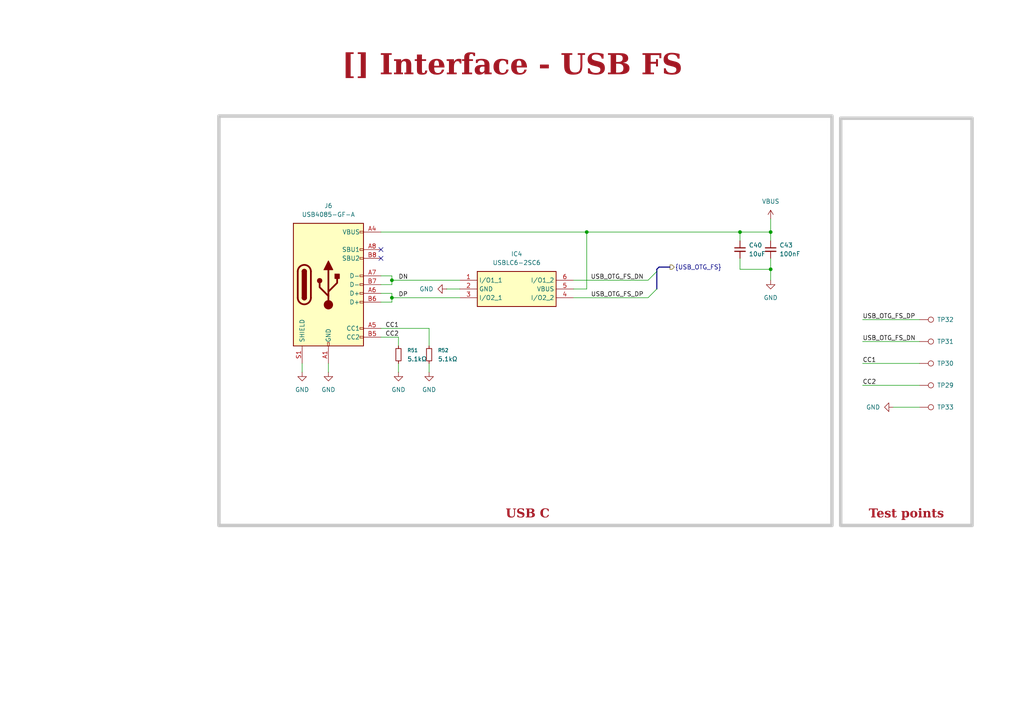
<source format=kicad_sch>
(kicad_sch (version 20250114) (generator "eeschema") (generator_version "9.0")
  (paper "A4")
  (title_block (title "Interface - USB FS") (rev "${REVISION}") (company "${COMPANY}"))
  (lib_symbols
    (symbol "0_capacitors:CL05B104KO5NNNC" (pin_numbers (hide yes)) (pin_names (offset 0.254) (hide yes))
      (property "Reference" "C" (at 0.254 1.778 0))
      (property "Value" "100nF" (at 0.254 -2.032 0))
      (symbol "CL05B104KO5NNNC_0_1"
        (polyline (pts (xy -1.524 0.508) (xy 1.524 0.508)) (stroke (width 0.3048)))
        (polyline (pts (xy -1.524 -0.508) (xy 1.524 -0.508)) (stroke (width 0.3302)))
      )
      (symbol "CL05B104KO5NNNC_1_1"
        (pin passive line (at 0 2.54 270) (length 2.032) (name "~") (number "1"))
        (pin passive line (at 0 -2.54 90) (length 2.032) (name "~") (number "2"))
      )
    )
    (symbol "0_capacitors:CL21A106KAYNNNE" (pin_numbers (hide yes)) (pin_names (offset 0.254) (hide yes))
      (property "Reference" "C" (at 0.254 1.778 0))
      (property "Value" "10uF" (at 0.254 -2.032 0))
      (symbol "CL21A106KAYNNNE_0_1"
        (polyline (pts (xy -1.524 0.508) (xy 1.524 0.508)) (stroke (width 0.3048)))
        (polyline (pts (xy -1.524 -0.508) (xy 1.524 -0.508)) (stroke (width 0.3302)))
      )
      (symbol "CL21A106KAYNNNE_1_1"
        (pin passive line (at 0 2.54 270) (length 2.032) (name "~") (number "1"))
        (pin passive line (at 0 -2.54 90) (length 2.032) (name "~") (number "2"))
      )
    )
    (symbol "0_connectors:USB4085-GF-A" (pin_names (offset 1.016))
      (property "Reference" "J" (at 0 22.225 0))
      (property "Value" "USB4085-GF-A" (at 0 19.685 0))
      (symbol "USB4085-GF-A_0_0"
        (rectangle (start -0.254 -17.78) (end 0.254 -16.764))
        (rectangle (start 10.16 15.494) (end 9.144 14.986))
        (rectangle (start 10.16 10.414) (end 9.144 9.906))
        (rectangle (start 10.16 7.874) (end 9.144 7.366))
        (rectangle (start 10.16 2.794) (end 9.144 2.286))
        (rectangle (start 10.16 0.254) (end 9.144 -0.254))
        (rectangle (start 10.16 -2.286) (end 9.144 -2.794))
        (rectangle (start 10.16 -4.826) (end 9.144 -5.334))
        (rectangle (start 10.16 -12.446) (end 9.144 -12.954))
        (rectangle (start 10.16 -14.986) (end 9.144 -15.494))
      )
      (symbol "USB4085-GF-A_0_1"
        (rectangle (start -10.16 17.78) (end 10.16 -17.78) (stroke (width 0.254)) (fill (type background)))
        (polyline (pts (xy -8.89 -3.81) (xy -8.89 3.81)) (stroke (width 0.508)))
        (rectangle (start -7.62 -3.81) (end -6.35 3.81) (stroke (width 0.254)) (fill (type outline)))
        (arc (start -7.62 3.81) (mid -6.985 4.4423) (end -6.35 3.81) (stroke (width 0.254)))
        (arc (start -7.62 3.81) (mid -6.985 4.4423) (end -6.35 3.81) (stroke (width 0.254)) (fill (type outline)))
        (arc (start -8.89 3.81) (mid -6.985 5.7067) (end -5.08 3.81) (stroke (width 0.508)))
        (arc (start -5.08 -3.81) (mid -6.985 -5.7067) (end -8.89 -3.81) (stroke (width 0.508)))
        (arc (start -6.35 -3.81) (mid -6.985 -4.4423) (end -7.62 -3.81) (stroke (width 0.254)))
        (arc (start -6.35 -3.81) (mid -6.985 -4.4423) (end -7.62 -3.81) (stroke (width 0.254)) (fill (type outline)))
        (polyline (pts (xy -5.08 3.81) (xy -5.08 -3.81)) (stroke (width 0.508)))
        (circle (center -2.54 1.143) (radius 0.635) (stroke (width 0.254)) (fill (type outline)))
        (polyline (pts (xy -1.27 4.318) (xy 0 6.858) (xy 1.27 4.318) (xy -1.27 4.318)) (stroke (width 0.254)) (fill (type outline)))
        (polyline (pts (xy 0 -2.032) (xy 2.54 0.508) (xy 2.54 1.778)) (stroke (width 0.508)))
        (polyline (pts (xy 0 -3.302) (xy -2.54 -0.762) (xy -2.54 0.508)) (stroke (width 0.508)))
        (polyline (pts (xy 0 -5.842) (xy 0 4.318)) (stroke (width 0.508)))
        (circle (center 0 -5.842) (radius 1.27) (fill (type outline)))
        (rectangle (start 1.905 1.778) (end 3.175 3.048) (stroke (width 0.254)) (fill (type outline)))
      )
      (symbol "USB4085-GF-A_1_1"
        (pin passive line (at -7.62 -22.86 90) (length 5.08) (name "SHIELD") (number "S1"))
        (pin passive line (at 0 -22.86 90) (length 5.08) (name "GND") (number "A1"))
        (pin passive line (at 0 -22.86 90) (length 5.08) (hide yes) (name "GND") (number "A12"))
        (pin passive line (at 0 -22.86 90) (length 5.08) (hide yes) (name "GND") (number "B1"))
        (pin passive line (at 0 -22.86 90) (length 5.08) (hide yes) (name "GND") (number "B12"))
        (pin passive line (at 15.24 15.24 180) (length 5.08) (name "VBUS") (number "A4"))
        (pin passive line (at 15.24 15.24 180) (length 5.08) (hide yes) (name "VBUS") (number "A9"))
        (pin passive line (at 15.24 15.24 180) (length 5.08) (hide yes) (name "VBUS") (number "B4"))
        (pin passive line (at 15.24 15.24 180) (length 5.08) (hide yes) (name "VBUS") (number "B9"))
        (pin bidirectional line (at 15.24 10.16 180) (length 5.08) (name "SBU1") (number "A8"))
        (pin bidirectional line (at 15.24 7.62 180) (length 5.08) (name "SBU2") (number "B8"))
        (pin bidirectional line (at 15.24 2.54 180) (length 5.08) (name "D-") (number "A7"))
        (pin bidirectional line (at 15.24 0 180) (length 5.08) (name "D-") (number "B7"))
        (pin bidirectional line (at 15.24 -2.54 180) (length 5.08) (name "D+") (number "A6"))
        (pin bidirectional line (at 15.24 -5.08 180) (length 5.08) (name "D+") (number "B6"))
        (pin bidirectional line (at 15.24 -12.7 180) (length 5.08) (name "CC1") (number "A5"))
        (pin bidirectional line (at 15.24 -15.24 180) (length 5.08) (name "CC2") (number "B5"))
      )
    )
    (symbol "0_integrated_circuits:USBLC6-2SC6"
      (property "Reference" "IC" (at 29.21 7.62 0))
      (property "Value" "USBLC6-2SC6" (at 29.21 5.08 0))
      (symbol "USBLC6-2SC6_1_1"
        (rectangle (start 5.08 2.54) (end 27.94 -7.62) (stroke (width 0.254)) (fill (type background)))
        (pin passive line (at 0 0 0) (length 5.08) (name "I/O1_1") (number "1"))
        (pin passive line (at 0 -2.54 0) (length 5.08) (name "GND") (number "2"))
        (pin passive line (at 0 -5.08 0) (length 5.08) (name "I/O2_1") (number "3"))
        (pin passive line (at 33.02 0 180) (length 5.08) (name "I/O1_2") (number "6"))
        (pin passive line (at 33.02 -2.54 180) (length 5.08) (name "VBUS") (number "5"))
        (pin passive line (at 33.02 -5.08 180) (length 5.08) (name "I/O2_2") (number "4"))
      )
    )
    (symbol "0_resistors:0402WGF5101TCE" (pin_numbers (hide yes)) (pin_names (offset 0.254) (hide yes))
      (property "Reference" "R" (at 0 0 90))
      (property "Value" "5.1kΩ" (at 1.778 0 90))
      (symbol "0402WGF5101TCE_0_1"
        (rectangle (start -0.762 1.778) (end 0.762 -1.778) (stroke (width 0.2032)))
      )
      (symbol "0402WGF5101TCE_1_1"
        (pin passive line (at 0 2.54 270) (length 0.762) (name "~") (number "1"))
        (pin passive line (at 0 -2.54 90) (length 0.762) (name "~") (number "2"))
      )
    )
    (symbol "Connector:TestPoint" (pin_numbers (hide yes)) (pin_names (offset 0.762) (hide yes))
      (property "Reference" "TP" (at 0 6.858 0))
      (property "Value" "TestPoint" (at 0 5.08 0))
      (symbol "TestPoint_0_1"
        (circle (center 0 3.302) (radius 0.762))
      )
      (symbol "TestPoint_1_1"
        (pin passive line (at 0 0 90) (length 2.54) (name "1") (number "1"))
      )
    )
    (symbol "power:GND" (power) (pin_numbers (hide yes)) (pin_names (offset 0) (hide yes))
      (property "Value" "GND" (at 0 -3.81 0))
      (symbol "GND_0_1"
        (polyline (pts (xy 0 0) (xy 0 -1.27) (xy 1.27 -1.27) (xy 0 -2.54) (xy -1.27 -1.27) (xy 0 -1.27)))
      )
      (symbol "GND_1_1"
        (pin power_in line (at 0 0 270) (length 0) (name "~") (number "1"))
      )
    )
    (symbol "power:VBUS" (power) (pin_numbers (hide yes)) (pin_names (offset 0) (hide yes))
      (property "Value" "VBUS" (at 0 3.556 0))
      (symbol "VBUS_0_1"
        (polyline (pts (xy -0.762 1.27) (xy 0 2.54)))
        (polyline (pts (xy 0 2.54) (xy 0.762 1.27)))
        (polyline (pts (xy 0 0) (xy 0 2.54)))
      )
      (symbol "VBUS_1_1"
        (pin power_in line (at 0 0 90) (length 0) (name "~") (number "1"))
      )
    )
  )
  (rectangle (start 63.5 33.655) (end 241.3 152.4) (stroke (width 1) (color 200 200 200 1)))
  (rectangle (start 243.84 34.29) (end 281.94 152.4) (stroke (width 1) (color 200 200 200 1)))
  (text_box "USB C\n" (at 64.135 142.875 0) (size 177.8 9.525) (margins 1.9049 1.9049 1.9049 1.9049) (stroke (width -0.0001)) (effects (font (size 2.54 2.54) (thickness 0.508) (bold yes)) (justify bottom)))
  (text_box "Test points\n" (at 243.84 139.7 0) (size 38.1 12.7) (margins 1.9049 1.9049 1.9049 1.9049) (stroke (width -0.0001)) (effects (font (size 2.54 2.54) (thickness 0.508) (bold yes)) (justify bottom)))
  (text_box "[${#}] ${TITLE}" (at 12.7 12.7 0) (size 271.78 12.7) (margins 4.4999 4.4999 4.4999 4.4999) (stroke (width -0.0001)) (effects (font (size 6 6) (thickness 1.2) (bold yes))))
  (junction (at 113.665 86.36))
  (junction (at 214.63 67.31))
  (junction (at 223.52 67.31))
  (junction (at 170.18 67.31))
  (junction (at 113.665 81.28))
  (junction (at 223.52 78.105))
  (no_connect (at 110.49 72.39))
  (no_connect (at 110.49 74.93))
  (bus_entry (at 187.96 81.28) (size 2.54 -2.54))
  (bus_entry (at 187.96 86.36) (size 2.54 -2.54))
  (wire (pts (xy 124.46 95.25) (xy 124.46 100.33)))
  (wire (pts (xy 223.52 67.31) (xy 223.52 69.85)))
  (wire (pts (xy 113.665 80.01) (xy 113.665 81.28)))
  (wire (pts (xy 113.665 81.28) (xy 133.35 81.28)))
  (wire (pts (xy 223.52 63.5) (xy 223.52 67.31)))
  (wire (pts (xy 214.63 78.105) (xy 223.52 78.105)))
  (bus (pts (xy 190.5 78.74) (xy 190.5 83.82)))
  (bus (pts (xy 191.135 77.47) (xy 194.31 77.47)))
  (wire (pts (xy 250.19 105.41) (xy 266.7 105.41)))
  (wire (pts (xy 166.37 86.36) (xy 187.96 86.36)))
  (wire (pts (xy 223.52 74.93) (xy 223.52 78.105)))
  (wire (pts (xy 214.63 67.31) (xy 223.52 67.31)))
  (wire (pts (xy 113.665 86.36) (xy 133.35 86.36)))
  (wire (pts (xy 223.52 78.105) (xy 223.52 81.28)))
  (wire (pts (xy 113.665 85.09) (xy 113.665 86.36)))
  (wire (pts (xy 166.37 83.82) (xy 170.18 83.82)))
  (wire (pts (xy 166.37 81.28) (xy 187.96 81.28)))
  (wire (pts (xy 110.49 85.09) (xy 113.665 85.09)))
  (wire (pts (xy 170.18 67.31) (xy 170.18 83.82)))
  (bus (pts (xy 190.5 78.74) (xy 190.5 78.105)))
  (bus (pts (xy 190.5 78.105) (xy 191.135 77.47)))
  (wire (pts (xy 170.18 67.31) (xy 214.63 67.31)))
  (wire (pts (xy 124.46 105.41) (xy 124.46 107.95)))
  (wire (pts (xy 259.08 118.11) (xy 266.7 118.11)))
  (wire (pts (xy 250.19 99.06) (xy 266.7 99.06)))
  (wire (pts (xy 250.19 92.71) (xy 266.7 92.71)))
  (wire (pts (xy 95.25 105.41) (xy 95.25 107.95)))
  (wire (pts (xy 87.63 105.41) (xy 87.63 107.95)))
  (wire (pts (xy 110.49 67.31) (xy 170.18 67.31)))
  (wire (pts (xy 110.49 80.01) (xy 113.665 80.01)))
  (wire (pts (xy 115.57 105.41) (xy 115.57 107.95)))
  (wire (pts (xy 250.19 111.76) (xy 266.7 111.76)))
  (wire (pts (xy 110.49 87.63) (xy 113.665 87.63)))
  (wire (pts (xy 113.665 86.36) (xy 113.665 87.63)))
  (wire (pts (xy 113.665 81.28) (xy 113.665 82.55)))
  (wire (pts (xy 129.54 83.82) (xy 133.35 83.82)))
  (wire (pts (xy 110.49 82.55) (xy 113.665 82.55)))
  (wire (pts (xy 214.63 67.31) (xy 214.63 69.85)))
  (wire (pts (xy 115.57 97.79) (xy 115.57 100.33)))
  (wire (pts (xy 214.63 74.93) (xy 214.63 78.105)))
  (wire (pts (xy 110.49 95.25) (xy 124.46 95.25)))
  (wire (pts (xy 110.49 97.79) (xy 115.57 97.79)))
  (label "USB_OTG_FS_DN" (at 250.19 99.06 0))
  (label "CC1" (at 250.19 105.41 0))
  (label "DP" (at 115.57 86.36 0))
  (label "CC2" (at 250.19 111.76 0))
  (label "USB_OTG_FS_DN" (at 186.69 81.28 180))
  (label "USB_OTG_FS_DP" (at 250.19 92.71 0))
  (label "CC2" (at 111.76 97.79 0))
  (label "DN" (at 115.57 81.28 0))
  (label "CC1" (at 111.76 95.25 0))
  (label "USB_OTG_FS_DP" (at 186.69 86.36 180))
  (hierarchical_label "{USB_OTG_FS}" (shape output) (at 194.31 77.47 0))
  (symbol (lib_id "power:GND") (at 259.08 118.11 270) (unit 1)
    (property "Reference" "#PWR0217" (effects (hide yes)))
    (property "Value" "GND" (at 253.238 118.11 90))
    (property "Description" "Power symbol creates a global label with name \"GND\" , ground" (effects (hide yes)))
  )
  (symbol (lib_id "Connector:TestPoint") (at 266.7 99.06 270) (unit 1) (in_bom no)
    (property "Reference" "TP31" (at 271.78 99.06 90) (effects (justify left)))
    (property "Value" "TestPoint" (effects (hide yes)))
    (property "Footprint" "0_pads:TestPoint_Pad_D0.4mm_Back" (effects (hide yes)))
    (property "Description" "test point" (effects (hide yes)))
  )
  (symbol (lib_id "Connector:TestPoint") (at 266.7 105.41 270) (unit 1) (in_bom no)
    (property "Reference" "TP30" (at 271.78 105.41 90) (effects (justify left)))
    (property "Value" "TestPoint" (effects (hide yes)))
    (property "Footprint" "0_pads:TestPoint_Pad_D0.4mm_Back" (effects (hide yes)))
    (property "Description" "test point" (effects (hide yes)))
  )
  (symbol (lib_id "0_resistors:0402WGF5101TCE") (at 124.46 102.87 0) (unit 1)
    (property "Reference" "R52" (at 127 101.6 0) (effects (font (size 1.016 1.016)) (justify left)))
    (property "Value" "5.1kΩ" (at 127 104.14 0) (effects (justify left)))
    (property "Footprint" "0_resistors:R_0402_1005Metric" (effects (hide yes)))
    (property "Description" "50V ±100ppm/℃ ±1% 5.1kΩ 0402" (effects (hide yes)))
    (property "Supplier 1" "JLCPCB" (effects (hide yes)))
    (property "Supplier Part Number 1" "C25905" (effects (hide yes)))
  )
  (symbol (lib_id "Connector:TestPoint") (at 266.7 118.11 270) (unit 1) (in_bom no)
    (property "Reference" "TP33" (at 271.78 118.11 90) (effects (justify left)))
    (property "Value" "TestPoint" (effects (hide yes)))
    (property "Footprint" "0_pads:TestPoint_Pad_D0.4mm_Back" (effects (hide yes)))
    (property "Description" "test point" (effects (hide yes)))
  )
  (symbol (lib_id "0_capacitors:CL05B104KO5NNNC") (at 223.52 72.39 0) (unit 1)
    (property "Reference" "C43" (at 226.06 71.1263 0) (effects (justify left)))
    (property "Value" "100nF" (at 226.06 73.6663 0) (effects (justify left)))
    (property "Footprint" "0_capacitors:C_0402_1005Metric" (effects (hide yes)))
    (property "Description" "Unpolarized capacitor, small symbol" (effects (hide yes)))
    (property "Supplier 1" "JLCPCB" (effects (hide yes)))
    (property "Supplier Part Number 1" "C1525" (effects (hide yes)))
  )
  (symbol (lib_id "power:GND") (at 223.52 81.28 0) (unit 1)
    (property "Reference" "#PWR094" (effects (hide yes)))
    (property "Value" "GND" (at 223.52 86.36 0))
    (property "Description" "Power symbol creates a global label with name \"GND\" , ground" (effects (hide yes)))
  )
  (symbol (lib_id "0_capacitors:CL21A106KAYNNNE") (at 214.63 72.39 0) (unit 1)
    (property "Reference" "C40" (at 217.17 71.1263 0) (effects (justify left)))
    (property "Value" "10uF" (at 217.17 73.6663 0) (effects (justify left)))
    (property "Footprint" "0_capacitors:C_0805_2012Metric" (effects (hide yes)))
    (property "Description" "Unpolarized capacitor, small symbol" (effects (hide yes)))
    (property "Supplier 1" "JLCPCB" (effects (hide yes)))
    (property "Supplier Part Number 1" "C15850" (effects (hide yes)))
  )
  (symbol (lib_id "power:GND") (at 87.63 107.95 0) (unit 1)
    (property "Reference" "#PWR097" (effects (hide yes)))
    (property "Value" "GND" (at 87.63 113.03 0))
    (property "Description" "Power symbol creates a global label with name \"GND\" , ground" (effects (hide yes)))
  )
  (symbol (lib_id "Connector:TestPoint") (at 266.7 92.71 270) (unit 1) (in_bom no)
    (property "Reference" "TP32" (at 271.78 92.71 90) (effects (justify left)))
    (property "Value" "TestPoint" (effects (hide yes)))
    (property "Footprint" "0_pads:TestPoint_Pad_D0.4mm_Back" (effects (hide yes)))
    (property "Description" "test point" (effects (hide yes)))
  )
  (symbol (lib_id "0_resistors:0402WGF5101TCE") (at 115.57 102.87 0) (unit 1)
    (property "Reference" "R51" (at 118.11 101.6 0) (effects (font (size 1.016 1.016)) (justify left)))
    (property "Value" "5.1kΩ" (at 118.11 104.14 0) (effects (justify left)))
    (property "Footprint" "0_resistors:R_0402_1005Metric" (effects (hide yes)))
    (property "Description" "50V ±100ppm/℃ ±1% 5.1kΩ 0402" (effects (hide yes)))
    (property "Supplier 1" "JLCPCB" (effects (hide yes)))
    (property "Supplier Part Number 1" "C25905" (effects (hide yes)))
  )
  (symbol (lib_id "0_integrated_circuits:USBLC6-2SC6") (at 133.35 81.28 0) (unit 1)
    (property "Reference" "IC4" (at 149.86 73.66 0))
    (property "Value" "USBLC6-2SC6" (at 149.86 76.2 0))
    (property "Footprint" "0_integrated_circuits:SOT95P280X145-6N" (effects (hide yes)))
    (property "Description" "15V 1uA 2 4.5A 5V 6V ESD Unidirectional SOT23-6 ESD and Surge Protection (TVS/ESD) ROHS" (effects (hide yes)))
    (property "Height" "1.45" (effects (hide yes)))
    (property "Manufacturer_Part_Number" "USBLC6-2SC6" (effects (hide yes)))
    (property "Supplier 1" "JLCPCB" (effects (hide yes)))
    (property "Supplier Part Number 1" "C5180249" (effects (hide yes)))
  )
  (symbol (lib_id "power:VBUS") (at 223.52 63.5 0) (unit 1)
    (property "Reference" "#PWR093" (effects (hide yes)))
    (property "Value" "VBUS" (at 223.52 58.42 0))
    (property "Description" "Power symbol creates a global label with name \"VBUS\"" (effects (hide yes)))
  )
  (symbol (lib_id "power:GND") (at 115.57 107.95 0) (unit 1)
    (property "Reference" "#PWR098" (effects (hide yes)))
    (property "Value" "GND" (at 115.57 113.03 0))
    (property "Description" "Power symbol creates a global label with name \"GND\" , ground" (effects (hide yes)))
  )
  (symbol (lib_id "power:GND") (at 95.25 107.95 0) (unit 1)
    (property "Reference" "#PWR096" (effects (hide yes)))
    (property "Value" "GND" (at 95.25 113.03 0))
    (property "Description" "Power symbol creates a global label with name \"GND\" , ground" (effects (hide yes)))
  )
  (symbol (lib_id "Connector:TestPoint") (at 266.7 111.76 270) (unit 1) (in_bom no)
    (property "Reference" "TP29" (at 271.78 111.76 90) (effects (justify left)))
    (property "Value" "TestPoint" (effects (hide yes)))
    (property "Footprint" "0_pads:TestPoint_Pad_D0.4mm_Back" (effects (hide yes)))
    (property "Description" "test point" (effects (hide yes)))
  )
  (symbol (lib_id "power:GND") (at 124.46 107.95 0) (unit 1)
    (property "Reference" "#PWR099" (effects (hide yes)))
    (property "Value" "GND" (at 124.46 113.03 0))
    (property "Description" "Power symbol creates a global label with name \"GND\" , ground" (effects (hide yes)))
  )
  (symbol (lib_id "power:GND") (at 129.54 83.82 270) (unit 1)
    (property "Reference" "#PWR095" (effects (hide yes)))
    (property "Value" "GND" (at 125.73 83.82 90) (effects (justify right)))
    (property "Description" "Power symbol creates a global label with name \"GND\" , ground" (effects (hide yes)))
  )
  (symbol (lib_id "0_connectors:USB4085-GF-A") (at 95.25 82.55 0) (unit 1)
    (property "Reference" "J6" (at 95.25 59.69 0))
    (property "Value" "USB4085-GF-A" (at 95.25 62.23 0))
    (property "Footprint" "0_connectors:GCT_USB4085-GF-A_REVB" (effects (hide yes)))
    (property "Datasheet" "USB4085-GF-A" (effects (hide yes)))
    (property "Description" "USB 2.0-only 16P Type-C Receptacle connector" (effects (hide yes)))
    (property "Supplier 1" "JLCPCB" (effects (hide yes)))
    (property "Supplier Part Number 1" "C7095263" (effects (hide yes)))
    (property "Supplier 2" "https://www.tme.eu/pl/details/usb4085-gf-a/zlacza-usb-i-ieee1394/gct/" (effects (hide yes)))
  )
)
</source>
